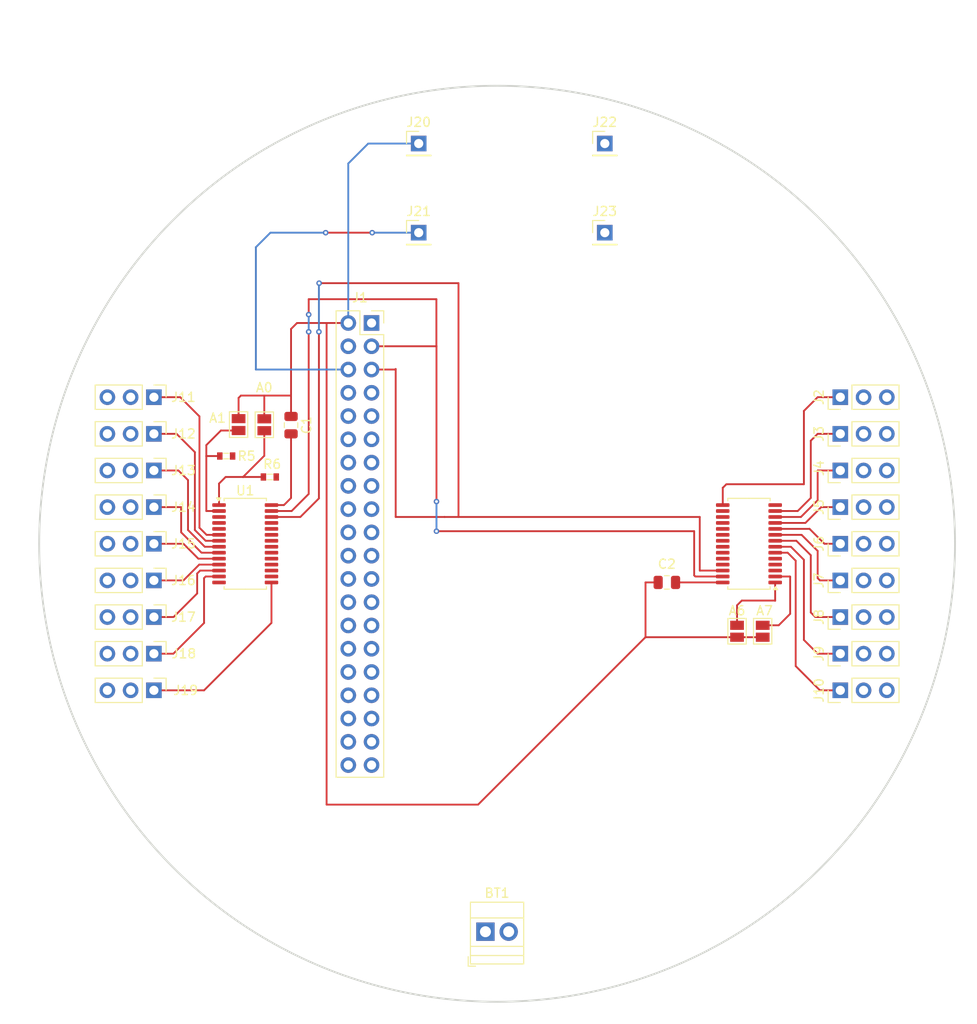
<source format=kicad_pcb>
(kicad_pcb (version 20240108) (generator "pcbnew") (generator_version "8.0")
  (layers (0 "F.Cu" signal) (1 "In1.Cu" power "+BATT") (2 "In2.Cu" power "-BATT") (31 "B.Cu" signal) (34 "B.Paste" user) (35 "F.Paste" user) (36 "B.SilkS" user "B.Silkscreen") (37 "F.SilkS" user "F.Silkscreen") (38 "B.Mask" user) (39 "F.Mask" user) (44 "Edge.Cuts" user))
  (net 0 "")
  (net 2 "/UART_TX")
  (net 13 "/SCL")
  (net 18 "/3.3V")
  (net 20 "5.0V")
  (net 23 "/SDA")
  (net 27 "GND")
  (net 29 "/UART_RX")
  (net 40 "-BATT")
  (net 41 "+BATT")
  (net 42 "/A1")
  (net 43 "/A0")
  (net 45 "/PWM2")
  (net 46 "/PWM5")
  (net 48 "Net-(U1-~{OE})")
  (net 49 "/PWM3")
  (net 50 "/PWM8")
  (net 51 "Net-(U1-VDD)")
  (net 52 "/PWM4")
  (net 53 "/PWM6")
  (net 55 "/PWM7")
  (net 56 "/PWM0")
  (net 61 "/PWM1")
  (net 62 "/PWM15")
  (net 65 "/A6")
  (net 66 "/PWM17")
  (net 67 "/PWM10")
  (net 68 "Net-(U2-VDD)")
  (net 69 "/PWM12")
  (net 70 "/A7")
  (net 71 "/PWM11")
  (net 74 "/PWM9")
  (net 75 "/PWM16")
  (net 79 "/PWM14")
  (net 80 "/PWM13")
  (net 81 "Net-(U2-~{OE})")
  (footprint "Connector_PinHeader_2.54mm:PinHeader_1x01_P2.54mm_Vertical" (layer "F.Cu") (at 91.44 56.31)
    (property "Reference" "J20" (at 0 -2.33 0) (layer "F.SilkS"))
    (property "Value" "~")
    (pad "1" thru_hole rect (at 0 0) (size 1.7 1.7) (drill 1) (layers "*.Cu" "*.Mask") (net 20 "5.0V"))
  )
  (footprint "Connector_PinHeader_2.54mm:PinHeader_1x03_P2.54mm_Vertical" (layer "F.Cu") (at 137.475 88 90)
    (property "Reference" "J3" (at 0 -2.33 -90) (layer "F.SilkS"))
    (property "Value" "~")
    (pad "1" thru_hole rect (at 0 0 90) (size 1.7 1.7) (drill 1) (layers "*.Cu" "*.Mask") (net 67 "/PWM10"))
    (pad "2" thru_hole oval (at 0 2.54 90) (size 1.7 1.7) (drill 1) (layers "*.Cu" "*.Mask") (net 41 "+BATT"))
    (pad "3" thru_hole oval (at 0 5.08 90) (size 1.7 1.7) (drill 1) (layers "*.Cu" "*.Mask") (net 40 "-BATT"))
  )
  (footprint "Jumper:SolderJumper-2_P1.3mm_Open_Pad1.0x1.5mm" (layer "F.Cu") (at 74.581063 87.01 -90)
    (property "Reference" "A0" (at -4.06 0.006063 180) (layer "F.SilkS"))
    (property "Value" "~" (hide yes))
    (pad "1" smd rect (at -0.65 0 270) (size 1 1.5) (layers "F.Cu" "F.Mask") (net 20 "5.0V"))
    (pad "2" smd rect (at 0.65 0 270) (size 1 1.5) (layers "F.Cu" "F.Mask") (net 43 "/A0"))
  )
  (footprint "Connector_PinHeader_2.54mm:PinHeader_1x03_P2.54mm_Vertical" (layer "F.Cu") (at 62.525 104 -90)
    (property "Reference" "J16" (at 0 -3.225 180) (layer "F.SilkS"))
    (property "Value" "~")
    (pad "1" thru_hole rect (at 0 0 270) (size 1.7 1.7) (drill 1) (layers "*.Cu" "*.Mask") (net 46 "/PWM5"))
    (pad "2" thru_hole oval (at 0 2.54 270) (size 1.7 1.7) (drill 1) (layers "*.Cu" "*.Mask") (net 41 "+BATT"))
    (pad "3" thru_hole oval (at 0 5.08 270) (size 1.7 1.7) (drill 1) (layers "*.Cu" "*.Mask") (net 40 "-BATT"))
  )
  (footprint "Connector_PinHeader_2.54mm:PinHeader_1x01_P2.54mm_Vertical" (layer "F.Cu") (at 91.44 66.04)
    (property "Reference" "J21" (at 0 -2.33 0) (layer "F.SilkS"))
    (property "Value" "~")
    (pad "1" thru_hole rect (at 0 0) (size 1.7 1.7) (drill 1) (layers "*.Cu" "*.Mask") (net 27 "GND"))
  )
  (footprint "Connector_PinHeader_2.54mm:PinHeader_1x03_P2.54mm_Vertical" (layer "F.Cu") (at 62.525 96 -90)
    (property "Reference" "J14" (at 0 -3.225 180) (layer "F.SilkS"))
    (property "Value" "~")
    (pad "1" thru_hole rect (at 0 0 270) (size 1.7 1.7) (drill 1) (layers "*.Cu" "*.Mask") (net 49 "/PWM3"))
    (pad "2" thru_hole oval (at 0 2.54 270) (size 1.7 1.7) (drill 1) (layers "*.Cu" "*.Mask") (net 41 "+BATT"))
    (pad "3" thru_hole oval (at 0 5.08 270) (size 1.7 1.7) (drill 1) (layers "*.Cu" "*.Mask") (net 40 "-BATT"))
  )
  (footprint "Connector_PinHeader_2.54mm:PinHeader_1x03_P2.54mm_Vertical" (layer "F.Cu") (at 62.525 92 -90)
    (property "Reference" "J13" (at 0 -3.225 180) (layer "F.SilkS"))
    (property "Value" "~")
    (pad "1" thru_hole rect (at 0 0 270) (size 1.7 1.7) (drill 1) (layers "*.Cu" "*.Mask") (net 45 "/PWM2"))
    (pad "2" thru_hole oval (at 0 2.54 270) (size 1.7 1.7) (drill 1) (layers "*.Cu" "*.Mask") (net 41 "+BATT"))
    (pad "3" thru_hole oval (at 0 5.08 270) (size 1.7 1.7) (drill 1) (layers "*.Cu" "*.Mask") (net 40 "-BATT"))
  )
  (footprint "Connector_PinSocket_2.54mm:PinSocket_2x20_P2.54mm_Vertical" (layer "F.Cu") (at 86.29 75.9)
    (property "Reference" "J1" (at -1.27 -2.77 0) (layer "F.SilkS"))
    (property "Value" "Raspberry")
    (pad "1" thru_hole rect (at 0 0) (size 1.7 1.7) (drill 1) (layers "*.Cu" "*.Mask") (net 18 "/3.3V"))
    (pad "2" thru_hole oval (at -2.54 0) (size 1.7 1.7) (drill 1) (layers "*.Cu" "*.Mask") (net 20 "5.0V"))
    (pad "3" thru_hole oval (at 0 2.54) (size 1.7 1.7) (drill 1) (layers "*.Cu" "*.Mask") (net 23 "/SDA"))
    (pad "4" thru_hole oval (at -2.54 2.54) (size 1.7 1.7) (drill 1) (layers "*.Cu" "*.Mask") (net 20 "5.0V"))
    (pad "5" thru_hole oval (at 0 5.08) (size 1.7 1.7) (drill 1) (layers "*.Cu" "*.Mask") (net 13 "/SCL"))
    (pad "6" thru_hole oval (at -2.54 5.08) (size 1.7 1.7) (drill 1) (layers "*.Cu" "*.Mask") (net 27 "GND"))
    (pad "7" thru_hole oval (at 0 7.62) (size 1.7 1.7) (drill 1) (layers "*.Cu" "*.Mask"))
    (pad "8" thru_hole oval (at -2.54 7.62) (size 1.7 1.7) (drill 1) (layers "*.Cu" "*.Mask") (net 2 "/UART_TX"))
    (pad "9" thru_hole oval (at 0 10.16) (size 1.7 1.7) (drill 1) (layers "*.Cu" "*.Mask"))
    (pad "10" thru_hole oval (at -2.54 10.16) (size 1.7 1.7) (drill 1) (layers "*.Cu" "*.Mask") (net 29 "/UART_RX"))
    (pad "11" thru_hole oval (at 0 12.7) (size 1.7 1.7) (drill 1) (layers "*.Cu" "*.Mask"))
    (pad "12" thru_hole oval (at -2.54 12.7) (size 1.7 1.7) (drill 1) (layers "*.Cu" "*.Mask"))
    (pad "13" thru_hole oval (at 0 15.24) (size 1.7 1.7) (drill 1) (layers "*.Cu" "*.Mask"))
    (pad "14" thru_hole oval (at -2.54 15.24) (size 1.7 1.7) (drill 1) (layers "*.Cu" "*.Mask"))
    (pad "15" thru_hole oval (at 0 17.78) (size 1.7 1.7) (drill 1) (layers "*.Cu" "*.Mask"))
    (pad "16" thru_hole oval (at -2.54 17.78) (size 1.7 1.7) (drill 1) (layers "*.Cu" "*.Mask"))
    (pad "17" thru_hole oval (at 0 20.32) (size 1.7 1.7) (drill 1) (layers "*.Cu" "*.Mask"))
    (pad "18" thru_hole oval (at -2.54 20.32) (size 1.7 1.7) (drill 1) (layers "*.Cu" "*.Mask"))
    (pad "19" thru_hole oval (at 0 22.86) (size 1.7 1.7) (drill 1) (layers "*.Cu" "*.Mask"))
    (pad "20" thru_hole oval (at -2.54 22.86) (size 1.7 1.7) (drill 1) (layers "*.Cu" "*.Mask"))
    (pad "21" thru_hole oval (at 0 25.4) (size 1.7 1.7) (drill 1) (layers "*.Cu" "*.Mask"))
    (pad "22" thru_hole oval (at -2.54 25.4) (size 1.7 1.7) (drill 1) (layers "*.Cu" "*.Mask"))
    (pad "23" thru_hole oval (at 0 27.94) (size 1.7 1.7) (drill 1) (layers "*.Cu" "*.Mask"))
    (pad "24" thru_hole oval (at -2.54 27.94) (size 1.7 1.7) (drill 1) (layers "*.Cu" "*.Mask"))
    (pad "25" thru_hole oval (at 0 30.48) (size 1.7 1.7) (drill 1) (layers "*.Cu" "*.Mask"))
    (pad "26" thru_hole oval (at -2.54 30.48) (size 1.7 1.7) (drill 1) (layers "*.Cu" "*.Mask"))
    (pad "27" thru_hole oval (at 0 33.02) (size 1.7 1.7) (drill 1) (layers "*.Cu" "*.Mask"))
    (pad "28" thru_hole oval (at -2.54 33.02) (size 1.7 1.7) (drill 1) (layers "*.Cu" "*.Mask"))
    (pad "29" thru_hole oval (at 0 35.56) (size 1.7 1.7) (drill 1) (layers "*.Cu" "*.Mask"))
    (pad "30" thru_hole oval (at -2.54 35.56) (size 1.7 1.7) (drill 1) (layers "*.Cu" "*.Mask"))
    (pad "31" thru_hole oval (at 0 38.1) (size 1.7 1.7) (drill 1) (layers "*.Cu" "*.Mask"))
    (pad "32" thru_hole oval (at -2.54 38.1) (size 1.7 1.7) (drill 1) (layers "*.Cu" "*.Mask"))
    (pad "33" thru_hole oval (at 0 40.64) (size 1.7 1.7) (drill 1) (layers "*.Cu" "*.Mask"))
    (pad "34" thru_hole oval (at -2.54 40.64) (size 1.7 1.7) (drill 1) (layers "*.Cu" "*.Mask"))
    (pad "35" thru_hole oval (at 0 43.18) (size 1.7 1.7) (drill 1) (layers "*.Cu" "*.Mask"))
    (pad "36" thru_hole oval (at -2.54 43.18) (size 1.7 1.7) (drill 1) (layers "*.Cu" "*.Mask"))
    (pad "37" thru_hole oval (at 0 45.72) (size 1.7 1.7) (drill 1) (layers "*.Cu" "*.Mask"))
    (pad "38" thru_hole oval (at -2.54 45.72) (size 1.7 1.7) (drill 1) (layers "*.Cu" "*.Mask"))
    (pad "39" thru_hole oval (at 0 48.26) (size 1.7 1.7) (drill 1) (layers "*.Cu" "*.Mask"))
    (pad "40" thru_hole oval (at -2.54 48.26) (size 1.7 1.7) (drill 1) (layers "*.Cu" "*.Mask"))
  )
  (footprint "Connector_PinHeader_2.54mm:PinHeader_1x03_P2.54mm_Vertical" (layer "F.Cu") (at 137.475 100 90)
    (property "Reference" "J6" (at 0 -2.33 -90) (layer "F.SilkS"))
    (property "Value" "~")
    (pad "1" thru_hole rect (at 0 0 90) (size 1.7 1.7) (drill 1) (layers "*.Cu" "*.Mask") (net 80 "/PWM13"))
    (pad "2" thru_hole oval (at 0 2.54 90) (size 1.7 1.7) (drill 1) (layers "*.Cu" "*.Mask") (net 41 "+BATT"))
    (pad "3" thru_hole oval (at 0 5.08 90) (size 1.7 1.7) (drill 1) (layers "*.Cu" "*.Mask") (net 40 "-BATT"))
  )
  (footprint "Connector_PinHeader_2.54mm:PinHeader_1x03_P2.54mm_Vertical" (layer "F.Cu") (at 62.525 84 -90)
    (property "Reference" "J11" (at 0 -3.225 180) (layer "F.SilkS"))
    (property "Value" "~")
    (pad "1" thru_hole rect (at 0 0 270) (size 1.7 1.7) (drill 1) (layers "*.Cu" "*.Mask") (net 56 "/PWM0"))
    (pad "2" thru_hole oval (at 0 2.54 270) (size 1.7 1.7) (drill 1) (layers "*.Cu" "*.Mask") (net 41 "+BATT"))
    (pad "3" thru_hole oval (at 0 5.08 270) (size 1.7 1.7) (drill 1) (layers "*.Cu" "*.Mask") (net 40 "-BATT"))
  )
  (footprint "Jumper:SolderJumper-2_P1.3mm_Open_Pad1.0x1.5mm" (layer "F.Cu") (at 129 109.55 90)
    (property "Reference" "A7" (at 2.25 0.2 0) (layer "F.SilkS"))
    (property "Value" "~" (hide yes))
    (pad "1" smd rect (at -0.65 0 90) (size 1 1.5) (layers "F.Cu" "F.Mask") (net 20 "5.0V"))
    (pad "2" smd rect (at 0.65 0 90) (size 1 1.5) (layers "F.Cu" "F.Mask") (net 70 "/A7"))
  )
  (footprint "Connector_PinHeader_2.54mm:PinHeader_1x03_P2.54mm_Vertical" (layer "F.Cu") (at 62.525 100 -90)
    (property "Reference" "J15" (at 0 -3.225 180) (layer "F.SilkS"))
    (property "Value" "~")
    (pad "1" thru_hole rect (at 0 0 270) (size 1.7 1.7) (drill 1) (layers "*.Cu" "*.Mask") (net 52 "/PWM4"))
    (pad "2" thru_hole oval (at 0 2.54 270) (size 1.7 1.7) (drill 1) (layers "*.Cu" "*.Mask") (net 41 "+BATT"))
    (pad "3" thru_hole oval (at 0 5.08 270) (size 1.7 1.7) (drill 1) (layers "*.Cu" "*.Mask") (net 40 "-BATT"))
  )
  (footprint "Connector_PinHeader_2.54mm:PinHeader_1x01_P2.54mm_Vertical" (layer "F.Cu") (at 111.76 56.31)
    (property "Reference" "J22" (at 0 -2.33 0) (layer "F.SilkS"))
    (property "Value" "~")
    (pad "1" thru_hole rect (at 0 0) (size 1.7 1.7) (drill 1) (layers "*.Cu" "*.Mask") (net 40 "-BATT"))
  )
  (footprint "Capacitor_SMD:C_0805_2012Metric" (layer "F.Cu") (at 77.5 87.05 -90)
    (property "Reference" "C1" (at 0 -1.68 90) (layer "F.SilkS"))
    (property "Value" "10uF" (hide yes))
    (pad "1" smd roundrect (at -0.95 0 270) (size 1 1.45) (layers "F.Cu" "F.Paste" "F.Mask") (net 20 "5.0V"))
    (pad "2" smd roundrect (at 0.95 0 270) (size 1 1.45) (layers "F.Cu" "F.Paste" "F.Mask") (net 51 "Net-(U1-VDD)"))
  )
  (footprint "Package_SO:TSSOP-28_4.4x9.7mm_P0.65mm" (layer "F.Cu") (at 72.5 100)
    (property "Reference" "U1" (at 0 -5.8 0) (layer "F.SilkS"))
    (property "Value" "PCA9685PW")
    (pad "1" smd roundrect (at -2.8625 -4.225) (size 1.475 0.4) (layers "F.Cu" "F.Paste" "F.Mask") (net 43 "/A0"))
    (pad "2" smd roundrect (at -2.8625 -3.575) (size 1.475 0.4) (layers "F.Cu" "F.Paste" "F.Mask") (net 42 "/A1"))
    (pad "3" smd roundrect (at -2.8625 -2.925) (size 1.475 0.4) (layers "F.Cu" "F.Paste" "F.Mask") (net 40 "-BATT"))
    (pad "4" smd roundrect (at -2.8625 -2.275) (size 1.475 0.4) (layers "F.Cu" "F.Paste" "F.Mask") (net 40 "-BATT"))
    (pad "5" smd roundrect (at -2.8625 -1.625) (size 1.475 0.4) (layers "F.Cu" "F.Paste" "F.Mask") (net 40 "-BATT"))
    (pad "6" smd roundrect (at -2.8625 -0.975) (size 1.475 0.4) (layers "F.Cu" "F.Paste" "F.Mask") (net 56 "/PWM0"))
    (pad "7" smd roundrect (at -2.8625 -0.325) (size 1.475 0.4) (layers "F.Cu" "F.Paste" "F.Mask") (net 61 "/PWM1"))
    (pad "8" smd roundrect (at -2.8625 0.325) (size 1.475 0.4) (layers "F.Cu" "F.Paste" "F.Mask") (net 45 "/PWM2"))
    (pad "9" smd roundrect (at -2.8625 0.975) (size 1.475 0.4) (layers "F.Cu" "F.Paste" "F.Mask") (net 49 "/PWM3"))
    (pad "10" smd roundrect (at -2.8625 1.625) (size 1.475 0.4) (layers "F.Cu" "F.Paste" "F.Mask") (net 52 "/PWM4"))
    (pad "11" smd roundrect (at -2.8625 2.275) (size 1.475 0.4) (layers "F.Cu" "F.Paste" "F.Mask") (net 46 "/PWM5"))
    (pad "12" smd roundrect (at -2.8625 2.925) (size 1.475 0.4) (layers "F.Cu" "F.Paste" "F.Mask") (net 53 "/PWM6"))
    (pad "13" smd roundrect (at -2.8625 3.575) (size 1.475 0.4) (layers "F.Cu" "F.Paste" "F.Mask") (net 55 "/PWM7"))
    (pad "14" smd roundrect (at -2.8625 4.225) (size 1.475 0.4) (layers "F.Cu" "F.Paste" "F.Mask") (net 40 "-BATT"))
    (pad "15" smd roundrect (at 2.8625 4.225) (size 1.475 0.4) (layers "F.Cu" "F.Paste" "F.Mask") (net 50 "/PWM8"))
    (pad "16" smd roundrect (at 2.8625 3.575) (size 1.475 0.4) (layers "F.Cu" "F.Paste" "F.Mask"))
    (pad "17" smd roundrect (at 2.8625 2.925) (size 1.475 0.4) (layers "F.Cu" "F.Paste" "F.Mask"))
    (pad "18" smd roundrect (at 2.8625 2.275) (size 1.475 0.4) (layers "F.Cu" "F.Paste" "F.Mask"))
    (pad "19" smd roundrect (at 2.8625 1.625) (size 1.475 0.4) (layers "F.Cu" "F.Paste" "F.Mask"))
    (pad "20" smd roundrect (at 2.8625 0.975) (size 1.475 0.4) (layers "F.Cu" "F.Paste" "F.Mask"))
    (pad "21" smd roundrect (at 2.8625 0.325) (size 1.475 0.4) (layers "F.Cu" "F.Paste" "F.Mask"))
    (pad "22" smd roundrect (at 2.8625 -0.325) (size 1.475 0.4) (layers "F.Cu" "F.Paste" "F.Mask"))
    (pad "23" smd roundrect (at 2.8625 -0.975) (size 1.475 0.4) (layers "F.Cu" "F.Paste" "F.Mask") (net 48 "Net-(U1-~{OE})"))
    (pad "24" smd roundrect (at 2.8625 -1.625) (size 1.475 0.4) (layers "F.Cu" "F.Paste" "F.Mask") (net 40 "-BATT"))
    (pad "25" smd roundrect (at 2.8625 -2.275) (size 1.475 0.4) (layers "F.Cu" "F.Paste" "F.Mask") (net 40 "-BATT"))
    (pad "26" smd roundrect (at 2.8625 -2.925) (size 1.475 0.4) (layers "F.Cu" "F.Paste" "F.Mask") (net 13 "/SCL"))
    (pad "27" smd roundrect (at 2.8625 -3.575) (size 1.475 0.4) (layers "F.Cu" "F.Paste" "F.Mask") (net 23 "/SDA"))
    (pad "28" smd roundrect (at 2.8625 -4.225) (size 1.475 0.4) (layers "F.Cu" "F.Paste" "F.Mask") (net 51 "Net-(U1-VDD)"))
  )
  (footprint "Connector_PinHeader_2.54mm:PinHeader_1x03_P2.54mm_Vertical" (layer "F.Cu") (at 137.475 108 90)
    (property "Reference" "J8" (at 0 -2.33 -90) (layer "F.SilkS"))
    (property "Value" "~")
    (pad "1" thru_hole rect (at 0 0 90) (size 1.7 1.7) (drill 1) (layers "*.Cu" "*.Mask") (net 62 "/PWM15"))
    (pad "2" thru_hole oval (at 0 2.54 90) (size 1.7 1.7) (drill 1) (layers "*.Cu" "*.Mask") (net 41 "+BATT"))
    (pad "3" thru_hole oval (at 0 5.08 90) (size 1.7 1.7) (drill 1) (layers "*.Cu" "*.Mask") (net 40 "-BATT"))
  )
  (footprint "Jumper:SolderJumper-2_P1.3mm_Open_Pad1.0x1.5mm" (layer "F.Cu") (at 71.77 86.989583 -90)
    (property "Reference" "A1" (at -0.714583 2.295 180) (layer "F.SilkS"))
    (property "Value" "~" (hide yes))
    (pad "1" smd rect (at -0.65 0 270) (size 1 1.5) (layers "F.Cu" "F.Mask") (net 20 "5.0V"))
    (pad "2" smd rect (at 0.65 0 270) (size 1 1.5) (layers "F.Cu" "F.Mask") (net 42 "/A1"))
  )
  (footprint "Connector_PinHeader_2.54mm:PinHeader_1x03_P2.54mm_Vertical" (layer "F.Cu") (at 62.525 112 -90)
    (property "Reference" "J18" (at 0 -3.275 180) (layer "F.SilkS"))
    (property "Value" "~")
    (pad "1" thru_hole rect (at 0 0 270) (size 1.7 1.7) (drill 1) (layers "*.Cu" "*.Mask") (net 55 "/PWM7"))
    (pad "2" thru_hole oval (at 0 2.54 270) (size 1.7 1.7) (drill 1) (layers "*.Cu" "*.Mask") (net 41 "+BATT"))
    (pad "3" thru_hole oval (at 0 5.08 270) (size 1.7 1.7) (drill 1) (layers "*.Cu" "*.Mask") (net 40 "-BATT"))
  )
  (footprint "TerminalBlock:TerminalBlock_Xinya_XY308-2.54-2P_1x02_P2.54mm_Horizontal" (layer "F.Cu") (at 98.725 142.35)
    (property "Reference" "BT1" (at 1.27 -4.22 0) (layer "F.SilkS"))
    (property "Value" "Battery")
    (pad "1" thru_hole rect (at 0 0) (size 2 2) (drill 1.2) (layers "*.Cu" "*.Mask") (net 41 "+BATT"))
    (pad "2" thru_hole circle (at 2.54 0) (size 2 2) (drill 1.2) (layers "*.Cu" "*.Mask") (net 40 "-BATT"))
  )
  (footprint "Connector_PinHeader_2.54mm:PinHeader_1x03_P2.54mm_Vertical" (layer "F.Cu") (at 137.475 104 90)
    (property "Reference" "J7" (at 0 -2.33 -90) (layer "F.SilkS"))
    (property "Value" "~")
    (pad "1" thru_hole rect (at 0 0 90) (size 1.7 1.7) (drill 1) (layers "*.Cu" "*.Mask") (net 79 "/PWM14"))
    (pad "2" thru_hole oval (at 0 2.54 90) (size 1.7 1.7) (drill 1) (layers "*.Cu" "*.Mask") (net 41 "+BATT"))
    (pad "3" thru_hole oval (at 0 5.08 90) (size 1.7 1.7) (drill 1) (layers "*.Cu" "*.Mask") (net 40 "-BATT"))
  )
  (footprint "Connector_PinHeader_2.54mm:PinHeader_1x03_P2.54mm_Vertical" (layer "F.Cu") (at 62.525 116 -90)
    (property "Reference" "J19" (at 0 -3.475 180) (layer "F.SilkS"))
    (property "Value" "~")
    (pad "1" thru_hole rect (at 0 0 270) (size 1.7 1.7) (drill 1) (layers "*.Cu" "*.Mask") (net 50 "/PWM8"))
    (pad "2" thru_hole oval (at 0 2.54 270) (size 1.7 1.7) (drill 1) (layers "*.Cu" "*.Mask") (net 41 "+BATT"))
    (pad "3" thru_hole oval (at 0 5.08 270) (size 1.7 1.7) (drill 1) (layers "*.Cu" "*.Mask") (net 40 "-BATT"))
  )
  (footprint "Connector_PinHeader_2.54mm:PinHeader_1x01_P2.54mm_Vertical" (layer "F.Cu") (at 111.76 66.04)
    (property "Reference" "J23" (at 0 -2.33 0) (layer "F.SilkS"))
    (property "Value" "~")
    (pad "1" thru_hole rect (at 0 0) (size 1.7 1.7) (drill 1) (layers "*.Cu" "*.Mask") (net 41 "+BATT"))
  )
  (footprint "Connector_PinHeader_2.54mm:PinHeader_1x03_P2.54mm_Vertical" (layer "F.Cu") (at 62.525 108 -90)
    (property "Reference" "J17" (at 0 -3.225 180) (layer "F.SilkS"))
    (property "Value" "~")
    (pad "1" thru_hole rect (at 0 0 270) (size 1.7 1.7) (drill 1) (layers "*.Cu" "*.Mask") (net 53 "/PWM6"))
    (pad "2" thru_hole oval (at 0 2.54 270) (size 1.7 1.7) (drill 1) (layers "*.Cu" "*.Mask") (net 41 "+BATT"))
    (pad "3" thru_hole oval (at 0 5.08 270) (size 1.7 1.7) (drill 1) (layers "*.Cu" "*.Mask") (net 40 "-BATT"))
  )
  (footprint "Connector_PinHeader_2.54mm:PinHeader_1x03_P2.54mm_Vertical" (layer "F.Cu") (at 137.475 92 90)
    (property "Reference" "J4" (at 0.25 -2.31 -90) (layer "F.SilkS"))
    (property "Value" "~")
    (pad "1" thru_hole rect (at 0 0 90) (size 1.7 1.7) (drill 1) (layers "*.Cu" "*.Mask") (net 71 "/PWM11"))
    (pad "2" thru_hole oval (at 0 2.54 90) (size 1.7 1.7) (drill 1) (layers "*.Cu" "*.Mask") (net 41 "+BATT"))
    (pad "3" thru_hole oval (at 0 5.08 90) (size 1.7 1.7) (drill 1) (layers "*.Cu" "*.Mask") (net 40 "-BATT"))
  )
  (footprint "Connector_PinHeader_2.54mm:PinHeader_1x03_P2.54mm_Vertical" (layer "F.Cu") (at 62.525 88 -90)
    (property "Reference" "J12" (at 0 -3.225 180) (layer "F.SilkS"))
    (property "Value" "~")
    (pad "1" thru_hole rect (at 0 0 270) (size 1.7 1.7) (drill 1) (layers "*.Cu" "*.Mask") (net 61 "/PWM1"))
    (pad "2" thru_hole oval (at 0 2.54 270) (size 1.7 1.7) (drill 1) (layers "*.Cu" "*.Mask") (net 41 "+BATT"))
    (pad "3" thru_hole oval (at 0 5.08 270) (size 1.7 1.7) (drill 1) (layers "*.Cu" "*.Mask") (net 40 "-BATT"))
  )
  (footprint "Package_SO:TSSOP-28_4.4x9.7mm_P0.65mm" (layer "F.Cu") (at 127.5 100 180)
    (property "Reference" "U2" (hide yes))
    (property "Value" "PCA9685PW")
    (pad "1" smd roundrect (at -2.8625 -4.225 180) (size 1.475 0.4) (layers "F.Cu" "F.Paste" "F.Mask") (net 65 "/A6"))
    (pad "2" smd roundrect (at -2.8625 -3.575 180) (size 1.475 0.4) (layers "F.Cu" "F.Paste" "F.Mask") (net 70 "/A7"))
    (pad "3" smd roundrect (at -2.8625 -2.925 180) (size 1.475 0.4) (layers "F.Cu" "F.Paste" "F.Mask") (net 40 "-BATT"))
    (pad "4" smd roundrect (at -2.8625 -2.275 180) (size 1.475 0.4) (layers "F.Cu" "F.Paste" "F.Mask") (net 40 "-BATT"))
    (pad "5" smd roundrect (at -2.8625 -1.625 180) (size 1.475 0.4) (layers "F.Cu" "F.Paste" "F.Mask") (net 40 "-BATT"))
    (pad "6" smd roundrect (at -2.8625 -0.975 180) (size 1.475 0.4) (layers "F.Cu" "F.Paste" "F.Mask") (net 66 "/PWM17"))
    (pad "7" smd roundrect (at -2.8625 -0.325 180) (size 1.475 0.4) (layers "F.Cu" "F.Paste" "F.Mask") (net 75 "/PWM16"))
    (pad "8" smd roundrect (at -2.8625 0.325 180) (size 1.475 0.4) (layers "F.Cu" "F.Paste" "F.Mask") (net 62 "/PWM15"))
    (pad "9" smd roundrect (at -2.8625 0.975 180) (size 1.475 0.4) (layers "F.Cu" "F.Paste" "F.Mask") (net 79 "/PWM14"))
    (pad "10" smd roundrect (at -2.8625 1.625 180) (size 1.475 0.4) (layers "F.Cu" "F.Paste" "F.Mask") (net 80 "/PWM13"))
    (pad "11" smd roundrect (at -2.8625 2.275 180) (size 1.475 0.4) (layers "F.Cu" "F.Paste" "F.Mask") (net 69 "/PWM12"))
    (pad "12" smd roundrect (at -2.8625 2.925 180) (size 1.475 0.4) (layers "F.Cu" "F.Paste" "F.Mask") (net 71 "/PWM11"))
    (pad "13" smd roundrect (at -2.8625 3.575 180) (size 1.475 0.4) (layers "F.Cu" "F.Paste" "F.Mask") (net 67 "/PWM10"))
    (pad "14" smd roundrect (at -2.8625 4.225 180) (size 1.475 0.4) (layers "F.Cu" "F.Paste" "F.Mask") (net 40 "-BATT"))
    (pad "15" smd roundrect (at 2.8625 4.225 180) (size 1.475 0.4) (layers "F.Cu" "F.Paste" "F.Mask") (net 74 "/PWM9"))
    (pad "16" smd roundrect (at 2.8625 3.575 180) (size 1.475 0.4) (layers "F.Cu" "F.Paste" "F.Mask"))
    (pad "17" smd roundrect (at 2.8625 2.925 180) (size 1.475 0.4) (layers "F.Cu" "F.Paste" "F.Mask"))
    (pad "18" smd roundrect (at 2.8625 2.275 180) (size 1.475 0.4) (layers "F.Cu" "F.Paste" "F.Mask"))
    (pad "19" smd roundrect (at 2.8625 1.625 180) (size 1.475 0.4) (layers "F.Cu" "F.Paste" "F.Mask"))
    (pad "20" smd roundrect (at 2.8625 0.975 180) (size 1.475 0.4) (layers "F.Cu" "F.Paste" "F.Mask"))
    (pad "21" smd roundrect (at 2.8625 0.325 180) (size 1.475 0.4) (layers "F.Cu" "F.Paste" "F.Mask"))
    (pad "22" smd roundrect (at 2.8625 -0.325 180) (size 1.475 0.4) (layers "F.Cu" "F.Paste" "F.Mask"))
    (pad "23" smd roundrect (at 2.8625 -0.975 180) (size 1.475 0.4) (layers "F.Cu" "F.Paste" "F.Mask") (net 81 "Net-(U2-~{OE})"))
    (pad "24" smd roundrect (at 2.8625 -1.625 180) (size 1.475 0.4) (layers "F.Cu" "F.Paste" "F.Mask") (net 40 "-BATT"))
    (pad "25" smd roundrect (at 2.8625 -2.275 180) (size 1.475 0.4) (layers "F.Cu" "F.Paste" "F.Mask") (net 40 "-BATT"))
    (pad "26" smd roundrect (at 2.8625 -2.925 180) (size 1.475 0.4) (layers "F.Cu" "F.Paste" "F.Mask") (net 13 "/SCL"))
    (pad "27" smd roundrect (at 2.8625 -3.575 180) (size 1.475 0.4) (layers "F.Cu" "F.Paste" "F.Mask") (net 23 "/SDA"))
    (pad "28" smd roundrect (at 2.8625 -4.225 180) (size 1.475 0.4) (layers "F.Cu" "F.Paste" "F.Mask") (net 68 "Net-(U2-VDD)"))
  )
  (footprint "Connector_PinHeader_2.54mm:PinHeader_1x03_P2.54mm_Vertical" (layer "F.Cu") (at 137.475 84 90)
    (property "Reference" "J2" (at 0 -2.33 -90) (layer "F.SilkS"))
    (property "Value" "~")
    (pad "1" thru_hole rect (at 0 0 90) (size 1.7 1.7) (drill 1) (layers "*.Cu" "*.Mask") (net 74 "/PWM9"))
    (pad "2" thru_hole oval (at 0 2.54 90) (size 1.7 1.7) (drill 1) (layers "*.Cu" "*.Mask") (net 41 "+BATT"))
    (pad "3" thru_hole oval (at 0 5.08 90) (size 1.7 1.7) (drill 1) (layers "*.Cu" "*.Mask") (net 40 "-BATT"))
  )
  (footprint "digikey-footprints:0603" (layer "F.Cu") (at 70.42 90.424)
    (property "Reference" "R5" (at 2.224 0 360) (layer "F.SilkS"))
    (property "Value" "10K" (hide yes))
    (pad "1" smd rect (at -0.7 0) (size 0.6 0.8) (layers "F.Cu" "F.Paste" "F.Mask") (net 42 "/A1"))
    (pad "2" smd rect (at 0.7 0) (size 0.6 0.8) (layers "F.Cu" "F.Paste" "F.Mask") (net 40 "-BATT"))
  )
  (footprint "Connector_PinHeader_2.54mm:PinHeader_1x03_P2.54mm_Vertical" (layer "F.Cu") (at 137.475 112 90)
    (property "Reference" "J9" (at 0 -2.33 -90) (layer "F.SilkS"))
    (property "Value" "~")
    (pad "1" thru_hole rect (at 0 0 90) (size 1.7 1.7) (drill 1) (layers "*.Cu" "*.Mask") (net 75 "/PWM16"))
    (pad "2" thru_hole oval (at 0 2.54 90) (size 1.7 1.7) (drill 1) (layers "*.Cu" "*.Mask") (net 41 "+BATT"))
    (pad "3" thru_hole oval (at 0 5.08 90) (size 1.7 1.7) (drill 1) (layers "*.Cu" "*.Mask") (net 40 "-BATT"))
  )
  (footprint "Capacitor_SMD:C_0805_2012Metric" (layer "F.Cu") (at 118.53526 104.219453)
    (property "Reference" "C2" (at 0 -2 180) (layer "F.SilkS"))
    (property "Value" "10uF" (hide yes))
    (pad "1" smd roundrect (at -0.95 0) (size 1 1.45) (layers "F.Cu" "F.Paste" "F.Mask") (net 20 "5.0V"))
    (pad "2" smd roundrect (at 0.95 0) (size 1 1.45) (layers "F.Cu" "F.Paste" "F.Mask") (net 68 "Net-(U2-VDD)"))
  )
  (footprint "Jumper:SolderJumper-2_P1.3mm_Open_Pad1.0x1.5mm" (layer "F.Cu") (at 126.2 109.55 90)
    (property "Reference" "A6" (at 2.25 0 0) (layer "F.SilkS"))
    (property "Value" "~" (hide yes))
    (pad "1" smd rect (at -0.65 0 90) (size 1 1.5) (layers "F.Cu" "F.Mask") (net 20 "5.0V"))
    (pad "2" smd rect (at 0.65 0 90) (size 1 1.5) (layers "F.Cu" "F.Mask") (net 65 "/A6"))
  )
  (footprint "Connector_PinHeader_2.54mm:PinHeader_1x03_P2.54mm_Vertical" (layer "F.Cu") (at 137.475 116 90)
    (property "Reference" "J10" (at 0 -2.33 -90) (layer "F.SilkS"))
    (property "Value" "~")
    (pad "1" thru_hole rect (at 0 0 90) (size 1.7 1.7) (drill 1) (layers "*.Cu" "*.Mask") (net 66 "/PWM17"))
    (pad "2" thru_hole oval (at 0 2.54 90) (size 1.7 1.7) (drill 1) (layers "*.Cu" "*.Mask") (net 41 "+BATT"))
    (pad "3" thru_hole oval (at 0 5.08 90) (size 1.7 1.7) (drill 1) (layers "*.Cu" "*.Mask") (net 40 "-BATT"))
  )
  (footprint "Connector_PinHeader_2.54mm:PinHeader_1x03_P2.54mm_Vertical" (layer "F.Cu") (at 137.475 96 90)
    (property "Reference" "J5" (at 0 -2.33 -90) (layer "F.SilkS"))
    (property "Value" "~")
    (pad "1" thru_hole rect (at 0 0 90) (size 1.7 1.7) (drill 1) (layers "*.Cu" "*.Mask") (net 69 "/PWM12"))
    (pad "2" thru_hole oval (at 0 2.54 90) (size 1.7 1.7) (drill 1) (layers "*.Cu" "*.Mask") (net 41 "+BATT"))
    (pad "3" thru_hole oval (at 0 5.08 90) (size 1.7 1.7) (drill 1) (layers "*.Cu" "*.Mask") (net 40 "-BATT"))
  )
  (footprint "digikey-footprints:0603" (layer "F.Cu") (at 75.184 92.71)
    (property "Reference" "R6" (at 0.254 -1.397 360) (layer "F.SilkS"))
    (property "Value" "10K" (hide yes))
    (pad "1" smd rect (at -0.7 0) (size 0.6 0.8) (layers "F.Cu" "F.Paste" "F.Mask") (net 43 "/A0"))
    (pad "2" smd rect (at 0.7 0) (size 0.6 0.8) (layers "F.Cu" "F.Paste" "F.Mask") (net 40 "-BATT"))
  )
  (gr_circle (center 100 100) (end 150 100) (stroke (width 0.2)) (fill none) (layer "Edge.Cuts"))
  (segment (start 95.7834 71.5518) (end 95.7834 97.075) (width 0.2) (layer "F.Cu") (net 13))
  (segment (start 88.925 97.075) (end 94.2594 97.075) (width 0.2) (layer "F.Cu") (net 13))
  (segment (start 78.5152 97.075) (end 80.5434 95.0468) (width 0.2) (layer "F.Cu") (net 13))
  (segment (start 122.125 97.075) (end 122.125 102.925) (width 0.2) (layer "F.Cu") (net 13))
  (segment (start 75.3625 97.075) (end 78.5152 97.075) (width 0.2) (layer "F.Cu") (net 13))
  (segment (start 88.925 80.925) (end 88.925 97.075) (width 0.2) (layer "F.Cu") (net 13))
  (segment (start 122.125 102.925) (end 124.6375 102.925) (width 0.2) (layer "F.Cu") (net 13))
  (segment (start 88.87 80.98) (end 88.925 80.925) (width 0.2) (layer "F.Cu") (net 13))
  (segment (start 86.29 80.98) (end 88.87 80.98) (width 0.2) (layer "F.Cu") (net 13))
  (segment (start 80.5688 71.5518) (end 95.7834 71.5518) (width 0.2) (layer "F.Cu") (net 13))
  (segment (start 80.5434 95.0468) (end 80.5434 76.8604) (width 0.2) (layer "F.Cu") (net 13))
  (segment (start 94.2594 97.075) (end 122.125 97.075) (width 0.2) (layer "F.Cu") (net 13))
  (via (at 80.5434 76.8604) (size 0.6) (drill 0.3) (layers "F.Cu" "B.Cu") (net 13))
  (via (at 80.5688 71.5518) (size 0.6) (drill 0.3) (layers "F.Cu" "B.Cu") (net 13))
  (segment (start 80.5688 71.5518) (end 80.5434 71.5772) (width 0.2) (layer "B.Cu") (net 13))
  (segment (start 80.5434 71.5772) (end 80.5434 76.8604) (width 0.2) (layer "B.Cu") (net 13))
  (segment (start 74.581063 83.826063) (end 74.575 83.82) (width 0.2) (layer "F.Cu") (net 20))
  (segment (start 78.151 75.9) (end 77.5 76.551) (width 0.2) (layer "F.Cu") (net 20))
  (segment (start 74.581063 86.36) (end 74.581063 83.826063) (width 0.2) (layer "F.Cu") (net 20))
  (segment (start 129 110.2) (end 126.2 110.2) (width 0.2) (layer "F.Cu") (net 20))
  (segment (start 74.575 83.82) (end 72.03 83.82) (width 0.2) (layer "F.Cu") (net 20))
  (segment (start 77.5 83.82) (end 74.575 83.82) (width 0.2) (layer "F.Cu") (net 20))
  (segment (start 77.5 76.551) (end 77.5 83.82) (width 0.2) (layer "F.Cu") (net 20))
  (segment (start 97.925 128.475) (end 81.3816 128.475) (width 0.2) (layer "F.Cu") (net 20))
  (segment (start 116.205 104.219453) (end 117.58526 104.219453) (width 0.2) (layer "F.Cu") (net 20))
  (segment (start 83.75 75.9) (end 81.3816 75.9) (width 0.2) (layer "F.Cu") (net 20))
  (segment (start 126.2 110.2) (end 116.2 110.2) (width 0.2) (layer "F.Cu") (net 20))
  (segment (start 71.77 84.08) (end 71.77 86.339583) (width 0.2) (layer "F.Cu") (net 20))
  (segment (start 116.205 110.195) (end 97.925 128.475) (width 0.2) (layer "F.Cu") (net 20))
  (segment (start 116.2 110.2) (end 116.205 110.195) (width 0.2) (layer "F.Cu") (net 20))
  (segment (start 72.03 83.82) (end 71.77 84.08) (width 0.2) (layer "F.Cu") (net 20))
  (segment (start 116.205 110.195) (end 116.205 104.219453) (width 0.2) (layer "F.Cu") (net 20))
  (segment (start 81.3816 75.9) (end 80.65 75.9) (width 0.2) (layer "F.Cu") (net 20))
  (segment (start 81.3816 128.475) (end 81.3816 75.9) (width 0.2) (layer "F.Cu") (net 20))
  (segment (start 77.5 83.82) (end 77.5 86.1) (width 0.2) (layer "F.Cu") (net 20))
  (segment (start 80.65 75.9) (end 78.151 75.9) (width 0.2) (layer "F.Cu") (net 20))
  (segment (start 85.93 56.31) (end 83.75 58.49) (width 0.2) (layer "B.Cu") (net 20))
  (segment (start 91.44 56.31) (end 85.93 56.31) (width 0.2) (layer "B.Cu") (net 20))
  (segment (start 83.75 58.49) (end 83.75 75.9) (width 0.2) (layer "B.Cu") (net 20))
  (segment (start 121.645 103.575) (end 124.6375 103.575) (width 0.2) (layer "F.Cu") (net 23))
  (segment (start 93.38 98.63) (end 121.52 98.63) (width 0.2) (layer "F.Cu") (net 23))
  (segment (start 93.38 78.44) (end 93.38 95.39) (width 0.2) (layer "F.Cu") (net 23))
  (segment (start 79.4258 94.5642) (end 79.4258 76.8604) (width 0.2) (layer "F.Cu") (net 23))
  (segment (start 93.3704 78.4304) (end 93.38 78.44) (width 0.2) (layer "F.Cu") (net 23))
  (segment (start 86.29 78.44) (end 93.38 78.44) (width 0.2) (layer "F.Cu") (net 23))
  (segment (start 77.565 96.425) (end 79.4258 94.5642) (width 0.2) (layer "F.Cu") (net 23))
  (segment (start 75.3625 96.425) (end 77.565 96.425) (width 0.2) (layer "F.Cu") (net 23))
  (segment (start 79.4258 73.3044) (end 93.3704 73.3044) (width 0.2) (layer "F.Cu") (net 23))
  (segment (start 121.52 103.45) (end 121.645 103.575) (width 0.2) (layer "F.Cu") (net 23))
  (segment (start 93.3704 73.3044) (end 93.3704 78.4304) (width 0.2) (layer "F.Cu") (net 23))
  (segment (start 79.4258 74.9808) (end 79.4258 73.3044) (width 0.2) (layer "F.Cu") (net 23))
  (segment (start 121.52 98.63) (end 121.52 103.45) (width 0.2) (layer "F.Cu") (net 23))
  (via (at 93.38 95.39) (size 0.6) (drill 0.3) (layers "F.Cu" "B.Cu") (net 23))
  (via (at 93.38 98.63) (size 0.6) (drill 0.3) (layers "F.Cu" "B.Cu") (net 23))
  (via (at 79.4258 74.9808) (size 0.6) (drill 0.3) (layers "F.Cu" "B.Cu") (net 23))
  (via (at 79.4258 76.8604) (size 0.6) (drill 0.3) (layers "F.Cu" "B.Cu") (net 23))
  (segment (start 79.4258 76.8604) (end 79.4258 74.9808) (width 0.2) (layer "B.Cu") (net 23))
  (segment (start 93.38 95.39) (end 93.38 98.63) (width 0.2) (layer "B.Cu") (net 23))
  (segment (start 86.36 66.04) (end 81.28 66.04) (width 0.2) (layer "F.Cu") (net 27))
  (via (at 86.36 66.04) (size 0.6) (drill 0.3) (layers "F.Cu" "B.Cu") (net 27))
  (via (at 81.28 66.04) (size 0.6) (drill 0.3) (layers "F.Cu" "B.Cu") (net 27))
  (segment (start 73.66 67.6275) (end 75.2475 66.04) (width 0.2) (layer "B.Cu") (net 27))
  (segment (start 73.66 80.98) (end 73.66 67.6275) (width 0.2) (layer "B.Cu") (net 27))
  (segment (start 83.75 80.98) (end 73.66 80.98) (width 0.2) (layer "B.Cu") (net 27))
  (segment (start 75.2475 66.04) (end 81.28 66.04) (width 0.2) (layer "B.Cu") (net 27))
  (segment (start 91.44 66.04) (end 86.36 66.04) (width 0.2) (layer "B.Cu") (net 27))
  (segment (start 68.25 89.23) (end 69.840417 87.639583) (width 0.2) (layer "F.Cu") (net 42))
  (segment (start 69.840417 87.639583) (end 71.77 87.639583) (width 0.2) (layer "F.Cu") (net 42))
  (segment (start 68.25 96.425) (end 68.25 90.424) (width 0.2) (layer "F.Cu") (net 42))
  (segment (start 68.25 90.424) (end 68.25 89.23) (width 0.2) (layer "F.Cu") (net 42))
  (segment (start 68.25 90.424) (end 69.72 90.424) (width 0.2) (layer "F.Cu") (net 42))
  (segment (start 69.6375 96.425) (end 68.25 96.425) (width 0.2) (layer "F.Cu") (net 42))
  (segment (start 72.26 92.71) (end 70.358 92.71) (width 0.2) (layer "F.Cu") (net 43))
  (segment (start 74.581063 90.388937) (end 72.26 92.71) (width 0.2) (layer "F.Cu") (net 43))
  (segment (start 69.6375 93.4305) (end 69.6375 95.775) (width 0.2) (layer "F.Cu") (net 43))
  (segment (start 70.358 92.71) (end 69.6375 93.4305) (width 0.2) (layer "F.Cu") (net 43))
  (segment (start 72.26 92.71) (end 74.484 92.71) (width 0.2) (layer "F.Cu") (net 43))
  (segment (start 74.581063 87.66) (end 74.581063 90.388937) (width 0.2) (layer "F.Cu") (net 43))
  (segment (start 65.2 92) (end 62.525 92) (width 0.2) (layer "F.Cu") (net 45))
  (segment (start 69.6375 100.325) (end 68.075 100.325) (width 0.2) (layer "F.Cu") (net 45))
  (segment (start 66.25 93.05) (end 65.2 92) (width 0.2) (layer "F.Cu") (net 45))
  (segment (start 68.075 100.325) (end 66.25 98.5) (width 0.2) (layer "F.Cu") (net 45))
  (segment (start 66.25 98.5) (end 66.25 93.05) (width 0.2) (layer "F.Cu") (net 45))
  (segment (start 67.475 102.275) (end 65.75 104) (width 0.2) (layer "F.Cu") (net 46))
  (segment (start 69.6375 102.275) (end 67.475 102.275) (width 0.2) (layer "F.Cu") (net 46))
  (segment (start 65.75 104) (end 62.525 104) (width 0.2) (layer "F.Cu") (net 46))
  (segment (start 65.5 96) (end 62.525 96) (width 0.2) (layer "F.Cu") (net 49))
  (segment (start 67.725 100.975) (end 65.5 98.75) (width 0.2) (layer "F.Cu") (net 49))
  (segment (start 65.5 98.75) (end 65.5 96) (width 0.2) (layer "F.Cu") (net 49))
  (segment (start 69.6375 100.975) (end 67.725 100.975) (width 0.2) (layer "F.Cu") (net 49))
  (segment (start 62.525 116) (end 68 116) (width 0.2) (layer "F.Cu") (net 50))
  (segment (start 68 116) (end 75.3625 108.6375) (width 0.2) (layer "F.Cu") (net 50))
  (segment (start 75.3625 108.6375) (end 75.3625 104.225) (width 0.2) (layer "F.Cu") (net 50))
  (segment (start 76.725 95.775) (end 77.5 95) (width 0.2) (layer "F.Cu") (net 51))
  (segment (start 75.3625 95.775) (end 76.725 95.775) (width 0.2) (layer "F.Cu") (net 51))
  (segment (start 77.5 95) (end 77.5 88) (width 0.2) (layer "F.Cu") (net 51))
  (segment (start 69.6375 101.625) (end 67.375 101.625) (width 0.2) (layer "F.Cu") (net 52))
  (segment (start 67.375 101.625) (end 65.75 100) (width 0.2) (layer "F.Cu") (net 52))
  (segment (start 65.75 100) (end 62.525 100) (width 0.2) (layer "F.Cu") (net 52))
  (segment (start 64.675 108) (end 67.25 105.425) (width 0.2) (layer "F.Cu") (net 53))
  (segment (start 67.25 103.25) (end 67.575 102.925) (width 0.2) (layer "F.Cu") (net 53))
  (segment (start 62.525 108) (end 64.675 108) (width 0.2) (layer "F.Cu") (net 53))
  (segment (start 67.25 105.425) (end 67.25 103.25) (width 0.2) (layer "F.Cu") (net 53))
  (segment (start 67.575 102.925) (end 69.6375 102.925) (width 0.2) (layer "F.Cu") (net 53))
  (segment (start 68 108.65) (end 64.65 112) (width 0.2) (layer "F.Cu") (net 55))
  (segment (start 68.175 103.575) (end 68 103.75) (width 0.2) (layer "F.Cu") (net 55))
  (segment (start 68 103.75) (end 68 108.65) (width 0.2) (layer "F.Cu") (net 55))
  (segment (start 64.65 112) (end 62.525 112) (width 0.2) (layer "F.Cu") (net 55))
  (segment (start 69.6375 103.575) (end 68.175 103.575) (width 0.2) (layer "F.Cu") (net 55))
  (segment (start 67.5 86.1) (end 65.4 84) (width 0.2) (layer "F.Cu") (net 56))
  (segment (start 65.4 84) (end 62.525 84) (width 0.2) (layer "F.Cu") (net 56))
  (segment (start 67.5 98.25) (end 67.5 86.1) (width 0.2) (layer "F.Cu") (net 56))
  (segment (start 69.6375 99.025) (end 68.275 99.025) (width 0.2) (layer "F.Cu") (net 56))
  (segment (start 68.275 99.025) (end 67.5 98.25) (width 0.2) (layer "F.Cu") (net 56))
  (segment (start 67 98.5) (end 67 90) (width 0.2) (layer "F.Cu") (net 61))
  (segment (start 65 88) (end 62.525 88) (width 0.2) (layer "F.Cu") (net 61))
  (segment (start 67 90) (end 65 88) (width 0.2) (layer "F.Cu") (net 61))
  (segment (start 69.6375 99.675) (end 68.175 99.675) (width 0.2) (layer "F.Cu") (net 61))
  (segment (start 68.175 99.675) (end 67 98.5) (width 0.2) (layer "F.Cu") (net 61))
  (segment (start 134.75 108) (end 137.475 108) (width 0.2) (layer "F.Cu") (net 62))
  (segment (start 134.25 107.5) (end 134.75 108) (width 0.2) (layer "F.Cu") (net 62))
  (segment (start 134.25 101.25) (end 134.25 107.5) (width 0.2) (layer "F.Cu") (net 62))
  (segment (start 130.3625 99.675) (end 132.675 99.675) (width 0.2) (layer "F.Cu") (net 62))
  (segment (start 132.675 99.675) (end 134.25 101.25) (width 0.2) (layer "F.Cu") (net 62))
  (segment (start 126.2 106.718) (end 126.718 106.2) (width 0.2) (layer "F.Cu") (net 65))
  (segment (start 130.356856 106.2) (end 130.36117 106.204314) (width 0.2) (layer "F.Cu") (net 65))
  (segment (start 130.3625 106.202984) (end 130.3625 104.225) (width 0.2) (layer "F.Cu") (net 65))
  (segment (start 130.36117 106.204314) (end 130.3625 106.202984) (width 0.2) (layer "F.Cu") (net 65))
  (segment (start 126.718 106.2) (end 130.356856 106.2) (width 0.2) (layer "F.Cu") (net 65))
  (segment (start 126.2 108.9) (end 126.2 106.718) (width 0.2) (layer "F.Cu") (net 65))
  (segment (start 132.6 113.35) (end 132.6 101.85) (width 0.2) (layer "F.Cu") (net 66))
  (segment (start 135.25 116) (end 132.6 113.35) (width 0.2) (layer "F.Cu") (net 66))
  (segment (start 137.475 116) (end 135.25 116) (width 0.2) (layer "F.Cu") (net 66))
  (segment (start 131.725 100.975) (end 130.3625 100.975) (width 0.2) (layer "F.Cu") (net 66))
  (segment (start 132.6 101.85) (end 131.725 100.975) (width 0.2) (layer "F.Cu") (net 66))
  (segment (start 134.25 95) (end 132.825 96.425) (width 0.2) (layer "F.Cu") (net 67))
  (segment (start 132.825 96.425) (end 130.3625 96.425) (width 0.2) (layer "F.Cu") (net 67))
  (segment (start 134.25 88.75) (end 134.25 95) (width 0.2) (layer "F.Cu") (net 67))
  (segment (start 135 88) (end 134.25 88.75) (width 0.2) (layer "F.Cu") (net 67))
  (segment (start 137.475 88) (end 135 88) (width 0.2) (layer "F.Cu") (net 67))
  (segment (start 124.631953 104.219453) (end 124.6375 104.225) (width 0.2) (layer "F.Cu") (net 68))
  (segment (start 119.48526 104.219453) (end 124.631953 104.219453) (width 0.2) (layer "F.Cu") (net 68))
  (segment (start 135.388435 96) (end 133.663435 97.725) (width 0.2) (layer "F.Cu") (net 69))
  (segment (start 137.475 96) (end 135.388435 96) (width 0.2) (layer "F.Cu") (net 69))
  (segment (start 133.663435 97.725) (end 130.3625 97.725) (width 0.2) (layer "F.Cu") (net 69))
  (segment (start 132 103.6) (end 132 107.649) (width 0.2) (layer "F.Cu") (net 70))
  (segment (start 130.749 108.9) (end 129 108.9) (width 0.2) (layer "F.Cu") (net 70))
  (segment (start 131.975 103.575) (end 132 103.6) (width 0.2) (layer "F.Cu") (net 70))
  (segment (start 130.3625 103.575) (end 131.975 103.575) (width 0.2) (layer "F.Cu") (net 70))
  (segment (start 132 107.649) (end 130.749 108.9) (width 0.2) (layer "F.Cu") (net 70))
  (segment (start 135 92) (end 135 95.25) (width 0.2) (layer "F.Cu") (net 71))
  (segment (start 135 95.25) (end 133.175 97.075) (width 0.2) (layer "F.Cu") (net 71))
  (segment (start 137.475 92) (end 135 92) (width 0.2) (layer "F.Cu") (net 71))
  (segment (start 133.175 97.075) (end 130.3625 97.075) (width 0.2) (layer "F.Cu") (net 71))
  (segment (start 133.5 85.5) (end 133.5 93.5) (width 0.2) (layer "F.Cu") (net 74))
  (segment (start 124.643294 93.893294) (end 124.643294 93.893295) (width 0.2) (layer "F.Cu") (net 74))
  (segment (start 124.6375 93.899089) (end 124.6375 95.775) (width 0.2) (layer "F.Cu") (net 74))
  (segment (start 133.5 93.5) (end 125.036589 93.5) (width 0.2) (layer "F.Cu") (net 74))
  (segment (start 135 84) (end 133.5 85.5) (width 0.2) (layer "F.Cu") (net 74))
  (segment (start 137.475 84) (end 135 84) (width 0.2) (layer "F.Cu") (net 74))
  (segment (start 125.036589 93.5) (end 124.643294 93.893294) (width 0.2) (layer "F.Cu") (net 74))
  (segment (start 124.643294 93.893295) (end 124.6375 93.899089) (width 0.2) (layer "F.Cu") (net 74))
  (segment (start 124.643294 93.893294) (end 124.641121 93.895468) (width 0.2) (layer "F.Cu") (net 74))
  (segment (start 135 112) (end 133.5 110.5) (width 0.2) (layer "F.Cu") (net 75))
  (segment (start 133.5 101.75) (end 132.075 100.325) (width 0.2) (layer "F.Cu") (net 75))
  (segment (start 137.475 112) (end 135 112) (width 0.2) (layer "F.Cu") (net 75))
  (segment (start 132.075 100.325) (end 130.3625 100.325) (width 0.2) (layer "F.Cu") (net 75))
  (segment (start 133.5 110.5) (end 133.5 101.75) (width 0.2) (layer "F.Cu") (net 75))
  (segment (start 135 100.778429) (end 133.246571 99.025) (width 0.2) (layer "F.Cu") (net 79))
  (segment (start 135.25 104) (end 135 103.75) (width 0.2) (layer "F.Cu") (net 79))
  (segment (start 137.475 104) (end 135.25 104) (width 0.2) (layer "F.Cu") (net 79))
  (segment (start 133.246571 99.025) (end 130.3625 99.025) (width 0.2) (layer "F.Cu") (net 79))
  (segment (start 135 103.75) (end 135 100.778429) (width 0.2) (layer "F.Cu") (net 79))
  (segment (start 137.475 100) (end 135.742541 100) (width 0.2) (layer "F.Cu") (net 80))
  (segment (start 135.742541 100) (end 134.113954 98.371413) (width 0.2) (layer "F.Cu") (net 80))
  (segment (start 134.110367 98.375) (end 130.3625 98.375) (width 0.2) (layer "F.Cu") (net 80))
  (segment (start 134.113954 98.371413) (end 134.110367 98.375) (width 0.2) (layer "F.Cu") (net 80))
)
</source>
